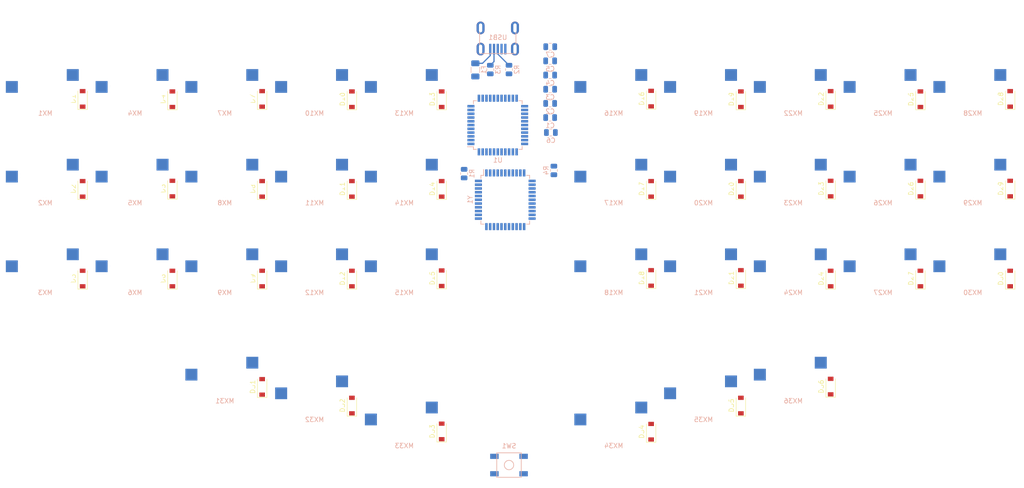
<source format=kicad_pcb>
(kicad_pcb (version 20171130) (host pcbnew "(5.1.9)-1")
  (layers (0 F.Cu signal) (31 B.Cu signal) (34 B.Paste user) (35 F.Paste user) (36 B.SilkS user) (37 F.SilkS user) (38 B.Mask user) (39 F.Mask user) (44 Edge.Cuts user))
  (net 0 "")
  (net 1 GND)
  (net 2 "Net-(C1-Pad1)")
  (net 3 "Net-(C2-Pad1)")
  (net 4 "Net-(C3-Pad1)")
  (net 5 +5V)
  (net 6 "Net-(D1-Pad2)")
  (net 7 ROW0)
  (net 8 "Net-(D2-Pad2)")
  (net 9 ROW1)
  (net 10 "Net-(D3-Pad2)")
  (net 11 ROW2)
  (net 12 "Net-(D4-Pad2)")
  (net 13 "Net-(D5-Pad2)")
  (net 14 "Net-(D6-Pad2)")
  (net 15 "Net-(D7-Pad2)")
  (net 16 "Net-(D8-Pad2)")
  (net 17 "Net-(D9-Pad2)")
  (net 18 "Net-(D10-Pad2)")
  (net 19 "Net-(D11-Pad2)")
  (net 20 "Net-(D12-Pad2)")
  (net 21 "Net-(D13-Pad2)")
  (net 22 "Net-(D14-Pad2)")
  (net 23 "Net-(D15-Pad2)")
  (net 24 "Net-(D16-Pad2)")
  (net 25 ROW3)
  (net 26 "Net-(D17-Pad2)")
  (net 27 ROW4)
  (net 28 "Net-(D18-Pad2)")
  (net 29 ROW5)
  (net 30 "Net-(D19-Pad2)")
  (net 31 "Net-(D20-Pad2)")
  (net 32 "Net-(D21-Pad2)")
  (net 33 "Net-(D22-Pad2)")
  (net 34 "Net-(D23-Pad2)")
  (net 35 "Net-(D24-Pad2)")
  (net 36 "Net-(D25-Pad2)")
  (net 37 "Net-(D26-Pad2)")
  (net 38 "Net-(D27-Pad2)")
  (net 39 "Net-(D28-Pad2)")
  (net 40 "Net-(D29-Pad2)")
  (net 41 "Net-(D30-Pad2)")
  (net 42 "Net-(D31-Pad2)")
  (net 43 "Net-(D32-Pad2)")
  (net 44 "Net-(D33-Pad2)")
  (net 45 "Net-(D34-Pad2)")
  (net 46 "Net-(D35-Pad2)")
  (net 47 "Net-(D36-Pad2)")
  (net 48 VCC)
  (net 49 COL0)
  (net 50 COL1)
  (net 51 COL2)
  (net 52 COL3)
  (net 53 COL4)
  (net 54 COL5)
  (net 55 "Net-(R1-Pad2)")
  (net 56 D+)
  (net 57 "Net-(R2-Pad1)")
  (net 58 D-)
  (net 59 "Net-(R3-Pad1)")
  (net 60 "Net-(R4-Pad1)")
  (net 61 "Net-(U1-Pad42)")
  (net 62 "Net-(U1-Pad41)")
  (net 63 "Net-(U1-Pad40)")
  (net 64 "Net-(U1-Pad39)")
  (net 65 "Net-(U1-Pad38)")
  (net 66 "Net-(U1-Pad37)")
  (net 67 "Net-(U1-Pad36)")
  (net 68 "Net-(U1-Pad32)")
  (net 69 "Net-(U1-Pad31)")
  (net 70 "Net-(U1-Pad30)")
  (net 71 "Net-(U1-Pad19)")
  (net 72 "Net-(U1-Pad18)")
  (net 73 "Net-(U1-Pad12)")
  (net 74 "Net-(U1-Pad1)")
  (net 75 "Net-(USB1-Pad6)")
  (net 76 "Net-(USB1-Pad2)")
  (net 77 "Net-(USB1-Pad1)")
  (module Package_QFP:TQFP-44_10x10mm_P0.8mm (layer B.Cu) (at 150.8125 63.5 270)
    (fp_text reference Y1 (at 0 7.45 90) (layer B.SilkS) (effects (justify mirror)))
    (fp_text value Crystal_GND24_Small)
    (pad 44 smd rect (at -4 5.7 180) (size 1.5 0.55) (layers B.Cu B.Paste B.Mask))
    (pad 43 smd rect (at -3.2 5.7 180) (size 1.5 0.55) (layers B.Cu B.Paste B.Mask))
    (pad 42 smd rect (at -2.4 5.7 180) (size 1.5 0.55) (layers B.Cu B.Paste B.Mask))
    (pad 41 smd rect (at -1.6 5.7 180) (size 1.5 0.55) (layers B.Cu B.Paste B.Mask))
    (pad 40 smd rect (at -0.8 5.7 180) (size 1.5 0.55) (layers B.Cu B.Paste B.Mask))
    (pad 39 smd rect (at 0 5.7 180) (size 1.5 0.55) (layers B.Cu B.Paste B.Mask))
    (pad 38 smd rect (at 0.8 5.7 180) (size 1.5 0.55) (layers B.Cu B.Paste B.Mask))
    (pad 37 smd rect (at 1.6 5.7 180) (size 1.5 0.55) (layers B.Cu B.Paste B.Mask))
    (pad 36 smd rect (at 2.4 5.7 180) (size 1.5 0.55) (layers B.Cu B.Paste B.Mask))
    (pad 35 smd rect (at 3.2 5.7 180) (size 1.5 0.55) (layers B.Cu B.Paste B.Mask))
    (pad 34 smd rect (at 4 5.7 180) (size 1.5 0.55) (layers B.Cu B.Paste B.Mask))
    (pad 33 smd rect (at 5.7 4 270) (size 1.5 0.55) (layers B.Cu B.Paste B.Mask))
    (pad 32 smd rect (at 5.7 3.2 270) (size 1.5 0.55) (layers B.Cu B.Paste B.Mask))
    (pad 31 smd rect (at 5.7 2.4 270) (size 1.5 0.55) (layers B.Cu B.Paste B.Mask))
    (pad 30 smd rect (at 5.7 1.6 270) (size 1.5 0.55) (layers B.Cu B.Paste B.Mask))
    (pad 29 smd rect (at 5.7 0.8 270) (size 1.5 0.55) (layers B.Cu B.Paste B.Mask))
    (pad 28 smd rect (at 5.7 0 270) (size 1.5 0.55) (layers B.Cu B.Paste B.Mask))
    (pad 27 smd rect (at 5.7 -0.8 270) (size 1.5 0.55) (layers B.Cu B.Paste B.Mask))
    (pad 26 smd rect (at 5.7 -1.6 270) (size 1.5 0.55) (layers B.Cu B.Paste B.Mask))
    (pad 25 smd rect (at 5.7 -2.4 270) (size 1.5 0.55) (layers B.Cu B.Paste B.Mask))
    (pad 24 smd rect (at 5.7 -3.2 270) (size 1.5 0.55) (layers B.Cu B.Paste B.Mask))
    (pad 23 smd rect (at 5.7 -4 270) (size 1.5 0.55) (layers B.Cu B.Paste B.Mask))
    (pad 22 smd rect (at 4 -5.7 180) (size 1.5 0.55) (layers B.Cu B.Paste B.Mask))
    (pad 21 smd rect (at 3.2 -5.7 180) (size 1.5 0.55) (layers B.Cu B.Paste B.Mask))
    (pad 20 smd rect (at 2.4 -5.7 180) (size 1.5 0.55) (layers B.Cu B.Paste B.Mask))
    (pad 19 smd rect (at 1.6 -5.7 180) (size 1.5 0.55) (layers B.Cu B.Paste B.Mask))
    (pad 18 smd rect (at 0.8 -5.7 180) (size 1.5 0.55) (layers B.Cu B.Paste B.Mask))
    (pad 17 smd rect (at 0 -5.7 180) (size 1.5 0.55) (layers B.Cu B.Paste B.Mask))
    (pad 16 smd rect (at -0.8 -5.7 180) (size 1.5 0.55) (layers B.Cu B.Paste B.Mask))
    (pad 15 smd rect (at -1.6 -5.7 180) (size 1.5 0.55) (layers B.Cu B.Paste B.Mask))
    (pad 14 smd rect (at -2.4 -5.7 180) (size 1.5 0.55) (layers B.Cu B.Paste B.Mask))
    (pad 13 smd rect (at -3.2 -5.7 180) (size 1.5 0.55) (layers B.Cu B.Paste B.Mask))
    (pad 12 smd rect (at -4 -5.7 180) (size 1.5 0.55) (layers B.Cu B.Paste B.Mask))
    (pad 11 smd rect (at -5.7 -4 270) (size 1.5 0.55) (layers B.Cu B.Paste B.Mask))
    (pad 10 smd rect (at -5.7 -3.2 270) (size 1.5 0.55) (layers B.Cu B.Paste B.Mask))
    (pad 9 smd rect (at -5.7 -2.4 270) (size 1.5 0.55) (layers B.Cu B.Paste B.Mask))
    (pad 8 smd rect (at -5.7 -1.6 270) (size 1.5 0.55) (layers B.Cu B.Paste B.Mask))
    (pad 7 smd rect (at -5.7 -0.8 270) (size 1.5 0.55) (layers B.Cu B.Paste B.Mask))
    (pad 6 smd rect (at -5.7 0 270) (size 1.5 0.55) (layers B.Cu B.Paste B.Mask))
    (pad 5 smd rect (at -5.7 0.8 270) (size 1.5 0.55) (layers B.Cu B.Paste B.Mask))
    (pad 4 smd rect (at -5.7 1.6 270) (size 1.5 0.55) (layers B.Cu B.Paste B.Mask) (net 1 GND))
    (pad 3 smd rect (at -5.7 2.4 270) (size 1.5 0.55) (layers B.Cu B.Paste B.Mask) (net 3 "Net-(C2-Pad1)"))
    (pad 2 smd rect (at -5.7 3.2 270) (size 1.5 0.55) (layers B.Cu B.Paste B.Mask) (net 1 GND))
    (pad 1 smd rect (at -5.7 4 270) (size 1.5 0.55) (layers B.Cu B.Paste B.Mask) (net 2 "Net-(C1-Pad1)"))
  )
  (module random-keyboard-parts:Molex-0548190589 (layer B.Cu) (at 149.225 26.9875 270)
    (fp_text reference USB1 (at 2.032 0) (layer B.SilkS) (effects (justify mirror)))
    (fp_text value Molex-0548190589)
    (pad 1 smd rect (at 4.5 -1.6 270) (size 2.25 0.5) (layers B.Cu B.Paste B.Mask) (net 77 "Net-(USB1-Pad1)"))
    (pad 2 smd rect (at 4.5 -0.8 270) (size 2.25 0.5) (layers B.Cu B.Paste B.Mask) (net 76 "Net-(USB1-Pad2)"))
    (pad 3 smd rect (at 4.5 0 270) (size 2.25 0.5) (layers B.Cu B.Paste B.Mask) (net 56 D+))
    (pad 4 smd rect (at 4.5 0.8 270) (size 2.25 0.5) (layers B.Cu B.Paste B.Mask) (net 58 D-))
    (pad 5 smd rect (at 4.5 1.6 270) (size 2.25 0.5) (layers B.Cu B.Paste B.Mask) (net 48 VCC))
    (pad 6 thru_hole oval (at 4.5 3.65 270) (size 2.7 1.7) (drill oval 1.9 0.7) (layers *.Cu *.Mask) (net 75 "Net-(USB1-Pad6)"))
    (pad 6 thru_hole oval (at 4.5 -3.65 270) (size 2.7 1.7) (drill oval 1.9 0.7) (layers *.Cu *.Mask) (net 75 "Net-(USB1-Pad6)"))
    (pad 6 thru_hole oval (at 0 -3.65 270) (size 2.7 1.7) (drill oval 1.9 0.7) (layers *.Cu *.Mask) (net 75 "Net-(USB1-Pad6)"))
    (pad 6 thru_hole oval (at 0 3.65 270) (size 2.7 1.7) (drill oval 1.9 0.7) (layers *.Cu *.Mask) (net 75 "Net-(USB1-Pad6)"))
  )
  (module Package_QFP:TQFP-44_10x10mm_P0.8mm (layer B.Cu) (at 149.225 47.625)
    (fp_text reference U1 (at 0 7.45) (layer B.SilkS) (effects (justify mirror)))
    (fp_text value ATmega32U4-AU)
    (pad 44 smd rect (at -4 5.7 270) (size 1.5 0.55) (layers B.Cu B.Paste B.Mask) (net 5 +5V))
    (pad 43 smd rect (at -3.2 5.7 270) (size 1.5 0.55) (layers B.Cu B.Paste B.Mask) (net 1 GND))
    (pad 42 smd rect (at -2.4 5.7 270) (size 1.5 0.55) (layers B.Cu B.Paste B.Mask) (net 61 "Net-(U1-Pad42)"))
    (pad 41 smd rect (at -1.6 5.7 270) (size 1.5 0.55) (layers B.Cu B.Paste B.Mask) (net 62 "Net-(U1-Pad41)"))
    (pad 40 smd rect (at -0.8 5.7 270) (size 1.5 0.55) (layers B.Cu B.Paste B.Mask) (net 63 "Net-(U1-Pad40)"))
    (pad 39 smd rect (at 0 5.7 270) (size 1.5 0.55) (layers B.Cu B.Paste B.Mask) (net 64 "Net-(U1-Pad39)"))
    (pad 38 smd rect (at 0.8 5.7 270) (size 1.5 0.55) (layers B.Cu B.Paste B.Mask) (net 65 "Net-(U1-Pad38)"))
    (pad 37 smd rect (at 1.6 5.7 270) (size 1.5 0.55) (layers B.Cu B.Paste B.Mask) (net 66 "Net-(U1-Pad37)"))
    (pad 36 smd rect (at 2.4 5.7 270) (size 1.5 0.55) (layers B.Cu B.Paste B.Mask) (net 67 "Net-(U1-Pad36)"))
    (pad 35 smd rect (at 3.2 5.7 270) (size 1.5 0.55) (layers B.Cu B.Paste B.Mask) (net 1 GND))
    (pad 34 smd rect (at 4 5.7 270) (size 1.5 0.55) (layers B.Cu B.Paste B.Mask) (net 5 +5V))
    (pad 33 smd rect (at 5.7 4) (size 1.5 0.55) (layers B.Cu B.Paste B.Mask) (net 60 "Net-(R4-Pad1)"))
    (pad 32 smd rect (at 5.7 3.2) (size 1.5 0.55) (layers B.Cu B.Paste B.Mask) (net 68 "Net-(U1-Pad32)"))
    (pad 31 smd rect (at 5.7 2.4) (size 1.5 0.55) (layers B.Cu B.Paste B.Mask) (net 69 "Net-(U1-Pad31)"))
    (pad 30 smd rect (at 5.7 1.6) (size 1.5 0.55) (layers B.Cu B.Paste B.Mask) (net 70 "Net-(U1-Pad30)"))
    (pad 29 smd rect (at 5.7 0.8) (size 1.5 0.55) (layers B.Cu B.Paste B.Mask) (net 49 COL0))
    (pad 28 smd rect (at 5.7 0) (size 1.5 0.55) (layers B.Cu B.Paste B.Mask) (net 50 COL1))
    (pad 27 smd rect (at 5.7 -0.8) (size 1.5 0.55) (layers B.Cu B.Paste B.Mask) (net 7 ROW0))
    (pad 26 smd rect (at 5.7 -1.6) (size 1.5 0.55) (layers B.Cu B.Paste B.Mask) (net 9 ROW1))
    (pad 25 smd rect (at 5.7 -2.4) (size 1.5 0.55) (layers B.Cu B.Paste B.Mask) (net 25 ROW3))
    (pad 24 smd rect (at 5.7 -3.2) (size 1.5 0.55) (layers B.Cu B.Paste B.Mask) (net 5 +5V))
    (pad 23 smd rect (at 5.7 -4) (size 1.5 0.55) (layers B.Cu B.Paste B.Mask) (net 1 GND))
    (pad 22 smd rect (at 4 -5.7 270) (size 1.5 0.55) (layers B.Cu B.Paste B.Mask) (net 11 ROW2))
    (pad 21 smd rect (at 3.2 -5.7 270) (size 1.5 0.55) (layers B.Cu B.Paste B.Mask) (net 27 ROW4))
    (pad 20 smd rect (at 2.4 -5.7 270) (size 1.5 0.55) (layers B.Cu B.Paste B.Mask) (net 29 ROW5))
    (pad 19 smd rect (at 1.6 -5.7 270) (size 1.5 0.55) (layers B.Cu B.Paste B.Mask) (net 71 "Net-(U1-Pad19)"))
    (pad 18 smd rect (at 0.8 -5.7 270) (size 1.5 0.55) (layers B.Cu B.Paste B.Mask) (net 72 "Net-(U1-Pad18)"))
    (pad 17 smd rect (at 0 -5.7 270) (size 1.5 0.55) (layers B.Cu B.Paste B.Mask) (net 2 "Net-(C1-Pad1)"))
    (pad 16 smd rect (at -0.8 -5.7 270) (size 1.5 0.55) (layers B.Cu B.Paste B.Mask) (net 3 "Net-(C2-Pad1)"))
    (pad 15 smd rect (at -1.6 -5.7 270) (size 1.5 0.55) (layers B.Cu B.Paste B.Mask) (net 1 GND))
    (pad 14 smd rect (at -2.4 -5.7 270) (size 1.5 0.55) (layers B.Cu B.Paste B.Mask) (net 5 +5V))
    (pad 13 smd rect (at -3.2 -5.7 270) (size 1.5 0.55) (layers B.Cu B.Paste B.Mask) (net 55 "Net-(R1-Pad2)"))
    (pad 12 smd rect (at -4 -5.7 270) (size 1.5 0.55) (layers B.Cu B.Paste B.Mask) (net 73 "Net-(U1-Pad12)"))
    (pad 11 smd rect (at -5.7 -4) (size 1.5 0.55) (layers B.Cu B.Paste B.Mask) (net 51 COL2))
    (pad 10 smd rect (at -5.7 -3.2) (size 1.5 0.55) (layers B.Cu B.Paste B.Mask) (net 52 COL3))
    (pad 9 smd rect (at -5.7 -2.4) (size 1.5 0.55) (layers B.Cu B.Paste B.Mask) (net 53 COL4))
    (pad 8 smd rect (at -5.7 -1.6) (size 1.5 0.55) (layers B.Cu B.Paste B.Mask) (net 54 COL5))
    (pad 7 smd rect (at -5.7 -0.8) (size 1.5 0.55) (layers B.Cu B.Paste B.Mask) (net 5 +5V))
    (pad 6 smd rect (at -5.7 0) (size 1.5 0.55) (layers B.Cu B.Paste B.Mask) (net 4 "Net-(C3-Pad1)"))
    (pad 5 smd rect (at -5.7 0.8) (size 1.5 0.55) (layers B.Cu B.Paste B.Mask) (net 1 GND))
    (pad 4 smd rect (at -5.7 1.6) (size 1.5 0.55) (layers B.Cu B.Paste B.Mask) (net 57 "Net-(R2-Pad1)"))
    (pad 3 smd rect (at -5.7 2.4) (size 1.5 0.55) (layers B.Cu B.Paste B.Mask) (net 59 "Net-(R3-Pad1)"))
    (pad 2 smd rect (at -5.7 3.2) (size 1.5 0.55) (layers B.Cu B.Paste B.Mask) (net 5 +5V))
    (pad 1 smd rect (at -5.7 4) (size 1.5 0.55) (layers B.Cu B.Paste B.Mask) (net 74 "Net-(U1-Pad1)"))
  )
  (module random-keyboard-parts:SKQG-1155865 (layer B.Cu) (at 151.60625 119.85625)
    (fp_text reference SW1 (at 0 -4.064) (layer B.SilkS) (effects (justify mirror)))
    (fp_text value SW_Push)
    (pad 4 smd rect (at -3.1 -1.85) (size 1.8 1.1) (layers B.Cu B.Paste B.Mask))
    (pad 3 smd rect (at 3.1 1.85) (size 1.8 1.1) (layers B.Cu B.Paste B.Mask))
    (pad 2 smd rect (at -3.1 1.85) (size 1.8 1.1) (layers B.Cu B.Paste B.Mask) (net 55 "Net-(R1-Pad2)"))
    (pad 1 smd rect (at 3.1 -1.85) (size 1.8 1.1) (layers B.Cu B.Paste B.Mask) (net 1 GND))
  )
  (module Resistor_SMD:R_0805_2012Metric (layer B.Cu) (at 161.13125 57.26875 270)
    (fp_text reference R4 (at 0 1.65 270) (layer B.SilkS) (effects (justify mirror)))
    (fp_text value 10k)
    (pad 2 smd roundrect (at 0.9125 0 270) (size 1.025 1.4) (layers B.Cu B.Paste B.Mask) (roundrect_rratio 0.243902) (net 1 GND))
    (pad 1 smd roundrect (at -0.9125 0 270) (size 1.025 1.4) (layers B.Cu B.Paste B.Mask) (roundrect_rratio 0.243902) (net 60 "Net-(R4-Pad1)"))
  )
  (module Resistor_SMD:R_0805_2012Metric (layer B.Cu) (at 147.6375 35.8375 90)
    (fp_text reference R3 (at 0 1.65 270) (layer B.SilkS) (effects (justify mirror)))
    (fp_text value 22)
    (pad 2 smd roundrect (at 0.9125 0 90) (size 1.025 1.4) (layers B.Cu B.Paste B.Mask) (roundrect_rratio 0.243902) (net 58 D-))
    (pad 1 smd roundrect (at -0.9125 0 90) (size 1.025 1.4) (layers B.Cu B.Paste B.Mask) (roundrect_rratio 0.243902) (net 59 "Net-(R3-Pad1)"))
  )
  (module Resistor_SMD:R_0805_2012Metric (layer B.Cu) (at 151.60625 35.8375 90)
    (fp_text reference R2 (at 0 1.65 270) (layer B.SilkS) (effects (justify mirror)))
    (fp_text value 22)
    (pad 1 smd roundrect (at -0.9125 0 90) (size 1.025 1.4) (layers B.Cu B.Paste B.Mask) (roundrect_rratio 0.243902) (net 57 "Net-(R2-Pad1)"))
    (pad 2 smd roundrect (at 0.9125 0 90) (size 1.025 1.4) (layers B.Cu B.Paste B.Mask) (roundrect_rratio 0.243902) (net 56 D+))
  )
  (module Resistor_SMD:R_0805_2012Metric (layer B.Cu) (at 142.08125 57.94375 90)
    (fp_text reference R1 (at 0 1.65 90) (layer B.SilkS) (effects (justify mirror)))
    (fp_text value 10k)
    (pad 2 smd roundrect (at 0.9125 0 90) (size 1.025 1.4) (layers B.Cu B.Paste B.Mask) (roundrect_rratio 0.243902) (net 55 "Net-(R1-Pad2)"))
    (pad 1 smd roundrect (at -0.9125 0 90) (size 1.025 1.4) (layers B.Cu B.Paste B.Mask) (roundrect_rratio 0.243902) (net 5 +5V))
  )
  (module MX_Alps_Hybrid:MXOnly-1U-Hotswap (layer F.Cu) (at 211.93125 103.1875)
    (fp_text reference MX36)
    (fp_text value MX-NoLED)
    (fp_text user %R (at 0 3.048) (layer B.SilkS) (effects (justify mirror)))
    (pad 2 smd rect (at 5.842 -5.08) (size 2.55 2.5) (layers B.Cu B.Paste B.Mask) (net 47 "Net-(D36-Pad2)"))
    (pad 1 smd rect (at -7.085 -2.54) (size 2.55 2.5) (layers B.Cu B.Paste B.Mask) (net 54 COL5))
    (pad "" np_thru_hole circle (at 5.08 0 48.0996) (size 1.75 1.75) (drill 1.75) (layers *.Cu *.Mask))
    (pad "" np_thru_hole circle (at -5.08 0 48.0996) (size 1.75 1.75) (drill 1.75) (layers *.Cu *.Mask))
    (pad "" np_thru_hole circle (at -3.81 -2.54) (size 3 3) (drill 3) (layers *.Cu *.Mask))
    (pad "" np_thru_hole circle (at 0 0) (size 3.9878 3.9878) (drill 3.9878) (layers *.Cu *.Mask))
    (pad "" np_thru_hole circle (at 2.54 -5.08) (size 3 3) (drill 3) (layers *.Cu *.Mask))
  )
  (module MX_Alps_Hybrid:MXOnly-1U-Hotswap (layer F.Cu) (at 192.88125 107.15625)
    (fp_text reference MX35)
    (fp_text value MX-NoLED)
    (fp_text user %R (at 0 3.048) (layer B.SilkS) (effects (justify mirror)))
    (pad 2 smd rect (at 5.842 -5.08) (size 2.55 2.5) (layers B.Cu B.Paste B.Mask) (net 46 "Net-(D35-Pad2)"))
    (pad 1 smd rect (at -7.085 -2.54) (size 2.55 2.5) (layers B.Cu B.Paste B.Mask) (net 54 COL5))
    (pad "" np_thru_hole circle (at 5.08 0 48.0996) (size 1.75 1.75) (drill 1.75) (layers *.Cu *.Mask))
    (pad "" np_thru_hole circle (at -5.08 0 48.0996) (size 1.75 1.75) (drill 1.75) (layers *.Cu *.Mask))
    (pad "" np_thru_hole circle (at -3.81 -2.54) (size 3 3) (drill 3) (layers *.Cu *.Mask))
    (pad "" np_thru_hole circle (at 0 0) (size 3.9878 3.9878) (drill 3.9878) (layers *.Cu *.Mask))
    (pad "" np_thru_hole circle (at 2.54 -5.08) (size 3 3) (drill 3) (layers *.Cu *.Mask))
  )
  (module MX_Alps_Hybrid:MXOnly-1U-Hotswap (layer F.Cu) (at 173.83125 112.7125)
    (fp_text reference MX34)
    (fp_text value MX-NoLED)
    (fp_text user %R (at 0 3.048) (layer B.SilkS) (effects (justify mirror)))
    (pad 2 smd rect (at 5.842 -5.08) (size 2.55 2.5) (layers B.Cu B.Paste B.Mask) (net 45 "Net-(D34-Pad2)"))
    (pad 1 smd rect (at -7.085 -2.54) (size 2.55 2.5) (layers B.Cu B.Paste B.Mask) (net 54 COL5))
    (pad "" np_thru_hole circle (at 5.08 0 48.0996) (size 1.75 1.75) (drill 1.75) (layers *.Cu *.Mask))
    (pad "" np_thru_hole circle (at -5.08 0 48.0996) (size 1.75 1.75) (drill 1.75) (layers *.Cu *.Mask))
    (pad "" np_thru_hole circle (at -3.81 -2.54) (size 3 3) (drill 3) (layers *.Cu *.Mask))
    (pad "" np_thru_hole circle (at 0 0) (size 3.9878 3.9878) (drill 3.9878) (layers *.Cu *.Mask))
    (pad "" np_thru_hole circle (at 2.54 -5.08) (size 3 3) (drill 3) (layers *.Cu *.Mask))
  )
  (module MX_Alps_Hybrid:MXOnly-1U-Hotswap (layer F.Cu) (at 129.38125 112.7125)
    (fp_text reference MX33)
    (fp_text value MX-NoLED)
    (fp_text user %R (at 0 3.048) (layer B.SilkS) (effects (justify mirror)))
    (pad 2 smd rect (at 5.842 -5.08) (size 2.55 2.5) (layers B.Cu B.Paste B.Mask) (net 44 "Net-(D33-Pad2)"))
    (pad 1 smd rect (at -7.085 -2.54) (size 2.55 2.5) (layers B.Cu B.Paste B.Mask) (net 54 COL5))
    (pad "" np_thru_hole circle (at 5.08 0 48.0996) (size 1.75 1.75) (drill 1.75) (layers *.Cu *.Mask))
    (pad "" np_thru_hole circle (at -5.08 0 48.0996) (size 1.75 1.75) (drill 1.75) (layers *.Cu *.Mask))
    (pad "" np_thru_hole circle (at -3.81 -2.54) (size 3 3) (drill 3) (layers *.Cu *.Mask))
    (pad "" np_thru_hole circle (at 0 0) (size 3.9878 3.9878) (drill 3.9878) (layers *.Cu *.Mask))
    (pad "" np_thru_hole circle (at 2.54 -5.08) (size 3 3) (drill 3) (layers *.Cu *.Mask))
  )
  (module MX_Alps_Hybrid:MXOnly-1U-Hotswap (layer F.Cu) (at 110.33125 107.15625)
    (fp_text reference MX32)
    (fp_text value MX-NoLED)
    (fp_text user %R (at 0 3.048) (layer B.SilkS) (effects (justify mirror)))
    (pad 2 smd rect (at 5.842 -5.08) (size 2.55 2.5) (layers B.Cu B.Paste B.Mask) (net 43 "Net-(D32-Pad2)"))
    (pad 1 smd rect (at -7.085 -2.54) (size 2.55 2.5) (layers B.Cu B.Paste B.Mask) (net 54 COL5))
    (pad "" np_thru_hole circle (at 5.08 0 48.0996) (size 1.75 1.75) (drill 1.75) (layers *.Cu *.Mask))
    (pad "" np_thru_hole circle (at -5.08 0 48.0996) (size 1.75 1.75) (drill 1.75) (layers *.Cu *.Mask))
    (pad "" np_thru_hole circle (at -3.81 -2.54) (size 3 3) (drill 3) (layers *.Cu *.Mask))
    (pad "" np_thru_hole circle (at 0 0) (size 3.9878 3.9878) (drill 3.9878) (layers *.Cu *.Mask))
    (pad "" np_thru_hole circle (at 2.54 -5.08) (size 3 3) (drill 3) (layers *.Cu *.Mask))
  )
  (module MX_Alps_Hybrid:MXOnly-1U-Hotswap (layer F.Cu) (at 91.28125 103.1875)
    (fp_text reference MX31)
    (fp_text value MX-NoLED)
    (fp_text user %R (at 0 3.048) (layer B.SilkS) (effects (justify mirror)))
    (pad 2 smd rect (at 5.842 -5.08) (size 2.55 2.5) (layers B.Cu B.Paste B.Mask) (net 42 "Net-(D31-Pad2)"))
    (pad 1 smd rect (at -7.085 -2.54) (size 2.55 2.5) (layers B.Cu B.Paste B.Mask) (net 54 COL5))
    (pad "" np_thru_hole circle (at 5.08 0 48.0996) (size 1.75 1.75) (drill 1.75) (layers *.Cu *.Mask))
    (pad "" np_thru_hole circle (at -5.08 0 48.0996) (size 1.75 1.75) (drill 1.75) (layers *.Cu *.Mask))
    (pad "" np_thru_hole circle (at -3.81 -2.54) (size 3 3) (drill 3) (layers *.Cu *.Mask))
    (pad "" np_thru_hole circle (at 0 0) (size 3.9878 3.9878) (drill 3.9878) (layers *.Cu *.Mask))
    (pad "" np_thru_hole circle (at 2.54 -5.08) (size 3 3) (drill 3) (layers *.Cu *.Mask))
  )
  (module MX_Alps_Hybrid:MXOnly-1U-Hotswap (layer F.Cu) (at 250.03125 80.16875)
    (fp_text reference MX30)
    (fp_text value MX-NoLED)
    (fp_text user %R (at 0 3.048) (layer B.SilkS) (effects (justify mirror)))
    (pad 2 smd rect (at 5.842 -5.08) (size 2.55 2.5) (layers B.Cu B.Paste B.Mask) (net 41 "Net-(D30-Pad2)"))
    (pad 1 smd rect (at -7.085 -2.54) (size 2.55 2.5) (layers B.Cu B.Paste B.Mask) (net 53 COL4))
    (pad "" np_thru_hole circle (at 5.08 0 48.0996) (size 1.75 1.75) (drill 1.75) (layers *.Cu *.Mask))
    (pad "" np_thru_hole circle (at -5.08 0 48.0996) (size 1.75 1.75) (drill 1.75) (layers *.Cu *.Mask))
    (pad "" np_thru_hole circle (at -3.81 -2.54) (size 3 3) (drill 3) (layers *.Cu *.Mask))
    (pad "" np_thru_hole circle (at 0 0) (size 3.9878 3.9878) (drill 3.9878) (layers *.Cu *.Mask))
    (pad "" np_thru_hole circle (at 2.54 -5.08) (size 3 3) (drill 3) (layers *.Cu *.Mask))
  )
  (module MX_Alps_Hybrid:MXOnly-1U-Hotswap (layer F.Cu) (at 250.03125 61.11875)
    (fp_text reference MX29)
    (fp_text value MX-NoLED)
    (fp_text user %R (at 0 3.048) (layer B.SilkS) (effects (justify mirror)))
    (pad 2 smd rect (at 5.842 -5.08) (size 2.55 2.5) (layers B.Cu B.Paste B.Mask) (net 40 "Net-(D29-Pad2)"))
    (pad 1 smd rect (at -7.085 -2.54) (size 2.55 2.5) (layers B.Cu B.Paste B.Mask) (net 53 COL4))
    (pad "" np_thru_hole circle (at 5.08 0 48.0996) (size 1.75 1.75) (drill 1.75) (layers *.Cu *.Mask))
    (pad "" np_thru_hole circle (at -5.08 0 48.0996) (size 1.75 1.75) (drill 1.75) (layers *.Cu *.Mask))
    (pad "" np_thru_hole circle (at -3.81 -2.54) (size 3 3) (drill 3) (layers *.Cu *.Mask))
    (pad "" np_thru_hole circle (at 0 0) (size 3.9878 3.9878) (drill 3.9878) (layers *.Cu *.Mask))
    (pad "" np_thru_hole circle (at 2.54 -5.08) (size 3 3) (drill 3) (layers *.Cu *.Mask))
  )
  (module MX_Alps_Hybrid:MXOnly-1U-Hotswap (layer F.Cu) (at 250.03125 42.06875)
    (fp_text reference MX28)
    (fp_text value MX-NoLED)
    (fp_text user %R (at 0 3.048) (layer B.SilkS) (effects (justify mirror)))
    (pad 2 smd rect (at 5.842 -5.08) (size 2.55 2.5) (layers B.Cu B.Paste B.Mask) (net 39 "Net-(D28-Pad2)"))
    (pad 1 smd rect (at -7.085 -2.54) (size 2.55 2.5) (layers B.Cu B.Paste B.Mask) (net 53 COL4))
    (pad "" np_thru_hole circle (at 5.08 0 48.0996) (size 1.75 1.75) (drill 1.75) (layers *.Cu *.Mask))
    (pad "" np_thru_hole circle (at -5.08 0 48.0996) (size 1.75 1.75) (drill 1.75) (layers *.Cu *.Mask))
    (pad "" np_thru_hole circle (at -3.81 -2.54) (size 3 3) (drill 3) (layers *.Cu *.Mask))
    (pad "" np_thru_hole circle (at 0 0) (size 3.9878 3.9878) (drill 3.9878) (layers *.Cu *.Mask))
    (pad "" np_thru_hole circle (at 2.54 -5.08) (size 3 3) (drill 3) (layers *.Cu *.Mask))
  )
  (module MX_Alps_Hybrid:MXOnly-1U-Hotswap (layer F.Cu) (at 230.98125 80.16875)
    (fp_text reference MX27)
    (fp_text value MX-NoLED)
    (fp_text user %R (at 0 3.048) (layer B.SilkS) (effects (justify mirror)))
    (pad 2 smd rect (at 5.842 -5.08) (size 2.55 2.5) (layers B.Cu B.Paste B.Mask) (net 38 "Net-(D27-Pad2)"))
    (pad 1 smd rect (at -7.085 -2.54) (size 2.55 2.5) (layers B.Cu B.Paste B.Mask) (net 52 COL3))
    (pad "" np_thru_hole circle (at 5.08 0 48.0996) (size 1.75 1.75) (drill 1.75) (layers *.Cu *.Mask))
    (pad "" np_thru_hole circle (at -5.08 0 48.0996) (size 1.75 1.75) (drill 1.75) (layers *.Cu *.Mask))
    (pad "" np_thru_hole circle (at -3.81 -2.54) (size 3 3) (drill 3) (layers *.Cu *.Mask))
    (pad "" np_thru_hole circle (at 0 0) (size 3.9878 3.9878) (drill 3.9878) (layers *.Cu *.Mask))
    (pad "" np_thru_hole circle (at 2.54 -5.08) (size 3 3) (drill 3) (layers *.Cu *.Mask))
  )
  (module MX_Alps_Hybrid:MXOnly-1U-Hotswap (layer F.Cu) (at 230.98125 61.11875)
    (fp_text reference MX26)
    (fp_text value MX-NoLED)
    (fp_text user %R (at 0 3.048) (layer B.SilkS) (effects (justify mirror)))
    (pad 2 smd rect (at 5.842 -5.08) (size 2.55 2.5) (layers B.Cu B.Paste B.Mask) (net 37 "Net-(D26-Pad2)"))
    (pad 1 smd rect (at -7.085 -2.54) (size 2.55 2.5) (layers B.Cu B.Paste B.Mask) (net 52 COL3))
    (pad "" np_thru_hole circle (at 5.08 0 48.0996) (size 1.75 1.75) (drill 1.75) (layers *.Cu *.Mask))
    (pad "" np_thru_hole circle (at -5.08 0 48.0996) (size 1.75 1.75) (drill 1.75) (layers *.Cu *.Mask))
    (pad "" np_thru_hole circle (at -3.81 -2.54) (size 3 3) (drill 3) (layers *.Cu *.Mask))
    (pad "" np_thru_hole circle (at 0 0) (size 3.9878 3.9878) (drill 3.9878) (layers *.Cu *.Mask))
    (pad "" np_thru_hole circle (at 2.54 -5.08) (size 3 3) (drill 3) (layers *.Cu *.Mask))
  )
  (module MX_Alps_Hybrid:MXOnly-1U-Hotswap (layer F.Cu) (at 230.98125 42.06875)
    (fp_text reference MX25)
    (fp_text value MX-NoLED)
    (fp_text user %R (at 0 3.048) (layer B.SilkS) (effects (justify mirror)))
    (pad 2 smd rect (at 5.842 -5.08) (size 2.55 2.5) (layers B.Cu B.Paste B.Mask) (net 36 "Net-(D25-Pad2)"))
    (pad 1 smd rect (at -7.085 -2.54) (size 2.55 2.5) (layers B.Cu B.Paste B.Mask) (net 52 COL3))
    (pad "" np_thru_hole circle (at 5.08 0 48.0996) (size 1.75 1.75) (drill 1.75) (layers *.Cu *.Mask))
    (pad "" np_thru_hole circle (at -5.08 0 48.0996) (size 1.75 1.75) (drill 1.75) (layers *.Cu *.Mask))
    (pad "" np_thru_hole circle (at -3.81 -2.54) (size 3 3) (drill 3) (layers *.Cu *.Mask))
    (pad "" np_thru_hole circle (at 0 0) (size 3.9878 3.9878) (drill 3.9878) (layers *.Cu *.Mask))
    (pad "" np_thru_hole circle (at 2.54 -5.08) (size 3 3) (drill 3) (layers *.Cu *.Mask))
  )
  (module MX_Alps_Hybrid:MXOnly-1U-Hotswap (layer F.Cu) (at 211.93125 80.16875)
    (fp_text reference MX24)
    (fp_text value MX-NoLED)
    (fp_text user %R (at 0 3.048) (layer B.SilkS) (effects (justify mirror)))
    (pad 2 smd rect (at 5.842 -5.08) (size 2.55 2.5) (layers B.Cu B.Paste B.Mask) (net 35 "Net-(D24-Pad2)"))
    (pad 1 smd rect (at -7.085 -2.54) (size 2.55 2.5) (layers B.Cu B.Paste B.Mask) (net 51 COL2))
    (pad "" np_thru_hole circle (at 5.08 0 48.0996) (size 1.75 1.75) (drill 1.75) (layers *.Cu *.Mask))
    (pad "" np_thru_hole circle (at -5.08 0 48.0996) (size 1.75 1.75) (drill 1.75) (layers *.Cu *.Mask))
    (pad "" np_thru_hole circle (at -3.81 -2.54) (size 3 3) (drill 3) (layers *.Cu *.Mask))
    (pad "" np_thru_hole circle (at 0 0) (size 3.9878 3.9878) (drill 3.9878) (layers *.Cu *.Mask))
    (pad "" np_thru_hole circle (at 2.54 -5.08) (size 3 3) (drill 3) (layers *.Cu *.Mask))
  )
  (module MX_Alps_Hybrid:MXOnly-1U-Hotswap (layer F.Cu) (at 211.93125 61.11875)
    (fp_text reference MX23)
    (fp_text value MX-NoLED)
    (fp_text user %R (at 0 3.048) (layer B.SilkS) (effects (justify mirror)))
    (pad 2 smd rect (at 5.842 -5.08) (size 2.55 2.5) (layers B.Cu B.Paste B.Mask) (net 34 "Net-(D23-Pad2)"))
    (pad 1 smd rect (at -7.085 -2.54) (size 2.55 2.5) (layers B.Cu B.Paste B.Mask) (net 51 COL2))
    (pad "" np_thru_hole circle (at 5.08 0 48.0996) (size 1.75 1.75) (drill 1.75) (layers *.Cu *.Mask))
    (pad "" np_thru_hole circle (at -5.08 0 48.0996) (size 1.75 1.75) (drill 1.75) (layers *.Cu *.Mask))
    (pad "" np_thru_hole circle (at -3.81 -2.54) (size 3 3) (drill 3) (layers *.Cu *.Mask))
    (pad "" np_thru_hole circle (at 0 0) (size 3.9878 3.9878) (drill 3.9878) (layers *.Cu *.Mask))
    (pad "" np_thru_hole circle (at 2.54 -5.08) (size 3 3) (drill 3) (layers *.Cu *.Mask))
  )
  (module MX_Alps_Hybrid:MXOnly-1U-Hotswap (layer F.Cu) (at 211.93125 42.06875)
    (fp_text reference MX22)
    (fp_text value MX-NoLED)
    (fp_text user %R (at 0 3.048) (layer B.SilkS) (effects (justify mirror)))
    (pad 2 smd rect (at 5.842 -5.08) (size 2.55 2.5) (layers B.Cu B.Paste B.Mask) (net 33 "Net-(D22-Pad2)"))
    (pad 1 smd rect (at -7.085 -2.54) (size 2.55 2.5) (layers B.Cu B.Paste B.Mask) (net 51 COL2))
    (pad "" np_thru_hole circle (at 5.08 0 48.0996) (size 1.75 1.75) (drill 1.75) (layers *.Cu *.Mask))
    (pad "" np_thru_hole circle (at -5.08 0 48.0996) (size 1.75 1.75) (drill 1.75) (layers *.Cu *.Mask))
    (pad "" np_thru_hole circle (at -3.81 -2.54) (size 3 3) (drill 3) (layers *.Cu *.Mask))
    (pad "" np_thru_hole circle (at 0 0) (size 3.9878 3.9878) (drill 3.9878) (layers *.Cu *.Mask))
    (pad "" np_thru_hole circle (at 2.54 -5.08) (size 3 3) (drill 3) (layers *.Cu *.Mask))
  )
  (module MX_Alps_Hybrid:MXOnly-1U-Hotswap (layer F.Cu) (at 192.88125 80.16875)
    (fp_text reference MX21)
    (fp_text value MX-NoLED)
    (fp_text user %R (at 0 3.048) (layer B.SilkS) (effects (justify mirror)))
    (pad 2 smd rect (at 5.842 -5.08) (size 2.55 2.5) (layers B.Cu B.Paste B.Mask) (net 32 "Net-(D21-Pad2)"))
    (pad 1 smd rect (at -7.085 -2.54) (size 2.55 2.5) (layers B.Cu B.Paste B.Mask) (net 50 COL1))
    (pad "" np_thru_hole circle (at 5.08 0 48.0996) (size 1.75 1.75) (drill 1.75) (layers *.Cu *.Mask))
    (pad "" np_thru_hole circle (at -5.08 0 48.0996) (size 1.75 1.75) (drill 1.75) (layers *.Cu *.Mask))
    (pad "" np_thru_hole circle (at -3.81 -2.54) (size 3 3) (drill 3) (layers *.Cu *.Mask))
    (pad "" np_thru_hole circle (at 0 0) (size 3.9878 3.9878) (drill 3.9878) (layers *.Cu *.Mask))
    (pad "" np_thru_hole circle (at 2.54 -5.08) (size 3 3) (drill 3) (layers *.Cu *.Mask))
  )
  (module MX_Alps_Hybrid:MXOnly-1U-Hotswap (layer F.Cu) (at 192.88125 61.11875)
    (fp_text reference MX20)
    (fp_text value MX-NoLED)
    (fp_text user %R (at 0 3.048) (layer B.SilkS) (effects (justify mirror)))
    (pad 2 smd rect (at 5.842 -5.08) (size 2.55 2.5) (layers B.Cu B.Paste B.Mask) (net 31 "Net-(D20-Pad2)"))
    (pad 1 smd rect (at -7.085 -2.54) (size 2.55 2.5) (layers B.Cu B.Paste B.Mask) (net 50 COL1))
    (pad "" np_thru_hole circle (at 5.08 0 48.0996) (size 1.75 1.75) (drill 1.75) (layers *.Cu *.Mask))
    (pad "" np_thru_hole circle (at -5.08 0 48.0996) (size 1.75 1.75) (drill 1.75) (layers *.Cu *.Mask))
    (pad "" np_thru_hole circle (at -3.81 -2.54) (size 3 3) (drill 3) (layers *.Cu *.Mask))
    (pad "" np_thru_hole circle (at 0 0) (size 3.9878 3.9878) (drill 3.9878) (layers *.Cu *.Mask))
    (pad "" np_thru_hole circle (at 2.54 -5.08) (size 3 3) (drill 3) (layers *.Cu *.Mask))
  )
  (module MX_Alps_Hybrid:MXOnly-1U-Hotswap (layer F.Cu) (at 192.88125 42.06875)
    (fp_text reference MX19)
    (fp_text value MX-NoLED)
    (fp_text user %R (at 0 3.048) (layer B.SilkS) (effects (justify mirror)))
    (pad 2 smd rect (at 5.842 -5.08) (size 2.55 2.5) (layers B.Cu B.Paste B.Mask) (net 30 "Net-(D19-Pad2)"))
    (pad 1 smd rect (at -7.085 -2.54) (size 2.55 2.5) (layers B.Cu B.Paste B.Mask) (net 50 COL1))
    (pad "" np_thru_hole circle (at 5.08 0 48.0996) (size 1.75 1.75) (drill 1.75) (layers *.Cu *.Mask))
    (pad "" np_thru_hole circle (at -5.08 0 48.0996) (size 1.75 1.75) (drill 1.75) (layers *.Cu *.Mask))
    (pad "" np_thru_hole circle (at -3.81 -2.54) (size 3 3) (drill 3) (layers *.Cu *.Mask))
    (pad "" np_thru_hole circle (at 0 0) (size 3.9878 3.9878) (drill 3.9878) (layers *.Cu *.Mask))
    (pad "" np_thru_hole circle (at 2.54 -5.08) (size 3 3) (drill 3) (layers *.Cu *.Mask))
  )
  (module MX_Alps_Hybrid:MXOnly-1U-Hotswap (layer F.Cu) (at 173.83125 80.16875)
    (fp_text reference MX18)
    (fp_text value MX-NoLED)
    (fp_text user %R (at 0 3.048) (layer B.SilkS) (effects (justify mirror)))
    (pad 2 smd rect (at 5.842 -5.08) (size 2.55 2.5) (layers B.Cu B.Paste B.Mask) (net 28 "Net-(D18-Pad2)"))
    (pad 1 smd rect (at -7.085 -2.54) (size 2.55 2.5) (layers B.Cu B.Paste B.Mask) (net 49 COL0))
    (pad "" np_thru_hole circle (at 5.08 0 48.0996) (size 1.75 1.75) (drill 1.75) (layers *.Cu *.Mask))
    (pad "" np_thru_hole circle (at -5.08 0 48.0996) (size 1.75 1.75) (drill 1.75) (layers *.Cu *.Mask))
    (pad "" np_thru_hole circle (at -3.81 -2.54) (size 3 3) (drill 3) (layers *.Cu *.Mask))
    (pad "" np_thru_hole circle (at 0 0) (size 3.9878 3.9878) (drill 3.9878) (layers *.Cu *.Mask))
    (pad "" np_thru_hole circle (at 2.54 -5.08) (size 3 3) (drill 3) (layers *.Cu *.Mask))
  )
  (module MX_Alps_Hybrid:MXOnly-1U-Hotswap (layer F.Cu) (at 173.83125 61.11875)
    (fp_text reference MX17)
    (fp_text value MX-NoLED)
    (fp_text user %R (at 0 3.048) (layer B.SilkS) (effects (justify mirror)))
    (pad 2 smd rect (at 5.842 -5.08) (size 2.55 2.5) (layers B.Cu B.Paste B.Mask) (net 26 "Net-(D17-Pad2)"))
    (pad 1 smd rect (at -7.085 -2.54) (size 2.55 2.5) (layers B.Cu B.Paste B.Mask) (net 49 COL0))
    (pad "" np_thru_hole circle (at 5.08 0 48.0996) (size 1.75 1.75) (drill 1.75) (layers *.Cu *.Mask))
    (pad "" np_thru_hole circle (at -5.08 0 48.0996) (size 1.75 1.75) (drill 1.75) (layers *.Cu *.Mask))
    (pad "" np_thru_hole circle (at -3.81 -2.54) (size 3 3) (drill 3) (layers *.Cu *.Mask))
    (pad "" np_thru_hole circle (at 0 0) (size 3.9878 3.9878) (drill 3.9878) (layers *.Cu *.Mask))
    (pad "" np_thru_hole circle (at 2.54 -5.08) (size 3 3) (drill 3) (layers *.Cu *.Mask))
  )
  (module MX_Alps_Hybrid:MXOnly-1U-Hotswap (layer F.Cu) (at 173.83125 42.06875)
    (fp_text reference MX16)
    (fp_text value MX-NoLED)
    (fp_text user %R (at 0 3.048) (layer B.SilkS) (effects (justify mirror)))
    (pad 2 smd rect (at 5.842 -5.08) (size 2.55 2.5) (layers B.Cu B.Paste B.Mask) (net 24 "Net-(D16-Pad2)"))
    (pad 1 smd rect (at -7.085 -2.54) (size 2.55 2.5) (layers B.Cu B.Paste B.Mask) (net 49 COL0))
    (pad "" np_thru_hole circle (at 5.08 0 48.0996) (size 1.75 1.75) (drill 1.75) (layers *.Cu *.Mask))
    (pad "" np_thru_hole circle (at -5.08 0 48.0996) (size 1.75 1.75) (drill 1.75) (layers *.Cu *.Mask))
    (pad "" np_thru_hole circle (at -3.81 -2.54) (size 3 3) (drill 3) (layers *.Cu *.Mask))
    (pad "" np_thru_hole circle (at 0 0) (size 3.9878 3.9878) (drill 3.9878) (layers *.Cu *.Mask))
    (pad "" np_thru_hole circle (at 2.54 -5.08) (size 3 3) (drill 3) (layers *.Cu *.Mask))
  )
  (module MX_Alps_Hybrid:MXOnly-1U-Hotswap (layer F.Cu) (at 129.38125 80.16875)
    (fp_text reference MX15)
    (fp_text value MX-NoLED)
    (fp_text user %R (at 0 3.048) (layer B.SilkS) (effects (justify mirror)))
    (pad 2 smd rect (at 5.842 -5.08) (size 2.55 2.5) (layers B.Cu B.Paste B.Mask) (net 23 "Net-(D15-Pad2)"))
    (pad 1 smd rect (at -7.085 -2.54) (size 2.55 2.5) (layers B.Cu B.Paste B.Mask) (net 53 COL4))
    (pad "" np_thru_hole circle (at 5.08 0 48.0996) (size 1.75 1.75) (drill 1.75) (layers *.Cu *.Mask))
    (pad "" np_thru_hole circle (at -5.08 0 48.0996) (size 1.75 1.75) (drill 1.75) (layers *.Cu *.Mask))
    (pad "" np_thru_hole circle (at -3.81 -2.54) (size 3 3) (drill 3) (layers *.Cu *.Mask))
    (pad "" np_thru_hole circle (at 0 0) (size 3.9878 3.9878) (drill 3.9878) (layers *.Cu *.Mask))
    (pad "" np_thru_hole circle (at 2.54 -5.08) (size 3 3) (drill 3) (layers *.Cu *.Mask))
  )
  (module MX_Alps_Hybrid:MXOnly-1U-Hotswap (layer F.Cu) (at 129.38125 61.11875)
    (fp_text reference MX14)
    (fp_text value MX-NoLED)
    (fp_text user %R (at 0 3.048) (layer B.SilkS) (effects (justify mirror)))
    (pad 2 smd rect (at 5.842 -5.08) (size 2.55 2.5) (layers B.Cu B.Paste B.Mask) (net 22 "Net-(D14-Pad2)"))
    (pad 1 smd rect (at -7.085 -2.54) (size 2.55 2.5) (layers B.Cu B.Paste B.Mask) (net 53 COL4))
    (pad "" np_thru_hole circle (at 5.08 0 48.0996) (size 1.75 1.75) (drill 1.75) (layers *.Cu *.Mask))
    (pad "" np_thru_hole circle (at -5.08 0 48.0996) (size 1.75 1.75) (drill 1.75) (layers *.Cu *.Mask))
    (pad "" np_thru_hole circle (at -3.81 -2.54) (size 3 3) (drill 3) (layers *.Cu *.Mask))
    (pad "" np_thru_hole circle (at 0 0) (size 3.9878 3.9878) (drill 3.9878) (layers *.Cu *.Mask))
    (pad "" np_thru_hole circle (at 2.54 -5.08) (size 3 3) (drill 3) (layers *.Cu *.Mask))
  )
  (module MX_Alps_Hybrid:MXOnly-1U-Hotswap (layer F.Cu) (at 129.38125 42.06875)
    (fp_text reference MX13)
    (fp_text value MX-NoLED)
    (fp_text user %R (at 0 3.048) (layer B.SilkS) (effects (justify mirror)))
    (pad 2 smd rect (at 5.842 -5.08) (size 2.55 2.5) (layers B.Cu B.Paste B.Mask) (net 21 "Net-(D13-Pad2)"))
    (pad 1 smd rect (at -7.085 -2.54) (size 2.55 2.5) (layers B.Cu B.Paste B.Mask) (net 53 COL4))
    (pad "" np_thru_hole circle (at 5.08 0 48.0996) (size 1.75 1.75) (drill 1.75) (layers *.Cu *.Mask))
    (pad "" np_thru_hole circle (at -5.08 0 48.0996) (size 1.75 1.75) (drill 1.75) (layers *.Cu *.Mask))
    (pad "" np_thru_hole circle (at -3.81 -2.54) (size 3 3) (drill 3) (layers *.Cu *.Mask))
    (pad "" np_thru_hole circle (at 0 0) (size 3.9878 3.9878) (drill 3.9878) (layers *.Cu *.Mask))
    (pad "" np_thru_hole circle (at 2.54 -5.08) (size 3 3) (drill 3) (layers *.Cu *.Mask))
  )
  (module MX_Alps_Hybrid:MXOnly-1U-Hotswap (layer F.Cu) (at 110.33125 80.16875)
    (fp_text reference MX12)
    (fp_text value MX-NoLED)
    (fp_text user %R (at 0 3.048) (layer B.SilkS) (effects (justify mirror)))
    (pad 2 smd rect (at 5.842 -5.08) (size 2.55 2.5) (layers B.Cu B.Paste B.Mask) (net 20 "Net-(D12-Pad2)"))
    (pad 1 smd rect (at -7.085 -2.54) (size 2.55 2.5) (layers B.Cu B.Paste B.Mask) (net 52 COL3))
    (pad "" np_thru_hole circle (at 5.08 0 48.0996) (size 1.75 1.75) (drill 1.75) (layers *.Cu *.Mask))
    (pad "" np_thru_hole circle (at -5.08 0 48.0996) (size 1.75 1.75) (drill 1.75) (layers *.Cu *.Mask))
    (pad "" np_thru_hole circle (at -3.81 -2.54) (size 3 3) (drill 3) (layers *.Cu *.Mask))
    (pad "" np_thru_hole circle (at 0 0) (size 3.9878 3.9878) (drill 3.9878) (layers *.Cu *.Mask))
    (pad "" np_thru_hole circle (at 2.54 -5.08) (size 3 3) (drill 3) (layers *.Cu *.Mask))
  )
  (module MX_Alps_Hybrid:MXOnly-1U-Hotswap (layer F.Cu) (at 110.33125 61.11875)
    (fp_text reference MX11)
    (fp_text value MX-NoLED)
    (fp_text user %R (at 0 3.048) (layer B.SilkS) (effects (justify mirror)))
    (pad 2 smd rect (at 5.842 -5.08) (size 2.55 2.5) (layers B.Cu B.Paste B.Mask) (net 19 "Net-(D11-Pad2)"))
    (pad 1 smd rect (at -7.085 -2.54) (size 2.55 2.5) (layers B.Cu B.Paste B.Mask) (net 52 COL3))
    (pad "" np_thru_hole circle (at 5.08 0 48.0996) (size 1.75 1.75) (drill 1.75) (layers *.Cu *.Mask))
    (pad "" np_thru_hole circle (at -5.08 0 48.0996) (size 1.75 1.75) (drill 1.75) (layers *.Cu *.Mask))
    (pad "" np_thru_hole circle (at -3.81 -2.54) (size 3 3) (drill 3) (layers *.Cu *.Mask))
    (pad "" np_thru_hole circle (at 0 0) (size 3.9878 3.9878) (drill 3.9878) (layers *.Cu *.Mask))
    (pad "" np_thru_hole circle (at 2.54 -5.08) (size 3 3) (drill 3) (layers *.Cu *.Mask))
  )
  (module MX_Alps_Hybrid:MXOnly-1U-Hotswap (layer F.Cu) (at 110.33125 42.06875)
    (fp_text reference MX10)
    (fp_text value MX-NoLED)
    (fp_text user %R (at 0 3.048) (layer B.SilkS) (effects (justify mirror)))
    (pad 2 smd rect (at 5.842 -5.08) (size 2.55 2.5) (layers B.Cu B.Paste B.Mask) (net 18 "Net-(D10-Pad2)"))
    (pad 1 smd rect (at -7.085 -2.54) (size 2.55 2.5) (layers B.Cu B.Paste B.Mask) (net 52 COL3))
    (pad "" np_thru_hole circle (at 5.08 0 48.0996) (size 1.75 1.75) (drill 1.75) (layers *.Cu *.Mask))
    (pad "" np_thru_hole circle (at -5.08 0 48.0996) (size 1.75 1.75) (drill 1.75) (layers *.Cu *.Mask))
    (pad "" np_thru_hole circle (at -3.81 -2.54) (size 3 3) (drill 3) (layers *.Cu *.Mask))
    (pad "" np_thru_hole circle (at 0 0) (size 3.9878 3.9878) (drill 3.9878) (layers *.Cu *.Mask))
    (pad "" np_thru_hole circle (at 2.54 -5.08) (size 3 3) (drill 3) (layers *.Cu *.Mask))
  )
  (module MX_Alps_Hybrid:MXOnly-1U-Hotswap (layer F.Cu) (at 91.28125 80.16875)
    (fp_text reference MX9)
    (fp_text value MX-NoLED)
    (fp_text user %R (at 0 3.048) (layer B.SilkS) (effects (justify mirror)))
    (pad 2 smd rect (at 5.842 -5.08) (size 2.55 2.5) (layers B.Cu B.Paste B.Mask) (net 17 "Net-(D9-Pad2)"))
    (pad 1 smd rect (at -7.085 -2.54) (size 2.55 2.5) (layers B.Cu B.Paste B.Mask) (net 51 COL2))
    (pad "" np_thru_hole circle (at 5.08 0 48.0996) (size 1.75 1.75) (drill 1.75) (layers *.Cu *.Mask))
    (pad "" np_thru_hole circle (at -5.08 0 48.0996) (size 1.75 1.75) (drill 1.75) (layers *.Cu *.Mask))
    (pad "" np_thru_hole circle (at -3.81 -2.54) (size 3 3) (drill 3) (layers *.Cu *.Mask))
    (pad "" np_thru_hole circle (at 0 0) (size 3.9878 3.9878) (drill 3.9878) (layers *.Cu *.Mask))
    (pad "" np_thru_hole circle (at 2.54 -5.08) (size 3 3) (drill 3) (layers *.Cu *.Mask))
  )
  (module MX_Alps_Hybrid:MXOnly-1U-Hotswap (layer F.Cu) (at 91.28125 61.11875)
    (fp_text reference MX8)
    (fp_text value MX-NoLED)
    (fp_text user %R (at 0 3.048) (layer B.SilkS) (effects (justify mirror)))
    (pad 2 smd rect (at 5.842 -5.08) (size 2.55 2.5) (layers B.Cu B.Paste B.Mask) (net 16 "Net-(D8-Pad2)"))
    (pad 1 smd rect (at -7.085 -2.54) (size 2.55 2.5) (layers B.Cu B.Paste B.Mask) (net 51 COL2))
    (pad "" np_thru_hole circle (at 5.08 0 48.0996) (size 1.75 1.75) (drill 1.75) (layers *.Cu *.Mask))
    (pad "" np_thru_hole circle (at -5.08 0 48.0996) (size 1.75 1.75) (drill 1.75) (layers *.Cu *.Mask))
    (pad "" np_thru_hole circle (at -3.81 -2.54) (size 3 3) (drill 3) (layers *.Cu *.Mask))
    (pad "" np_thru_hole circle (at 0 0) (size 3.9878 3.9878) (drill 3.9878) (layers *.Cu *.Mask))
    (pad "" np_thru_hole circle (at 2.54 -5.08) (size 3 3) (drill 3) (layers *.Cu *.Mask))
  )
  (module MX_Alps_Hybrid:MXOnly-1U-Hotswap (layer F.Cu) (at 91.28125 42.06875)
    (fp_text reference MX7)
    (fp_text value MX-NoLED)
    (fp_text user %R (at 0 3.048) (layer B.SilkS) (effects (justify mirror)))
    (pad 2 smd rect (at 5.842 -5.08) (size 2.55 2.5) (layers B.Cu B.Paste B.Mask) (net 15 "Net-(D7-Pad2)"))
    (pad 1 smd rect (at -7.085 -2.54) (size 2.55 2.5) (layers B.Cu B.Paste B.Mask) (net 51 COL2))
    (pad "" np_thru_hole circle (at 5.08 0 48.0996) (size 1.75 1.75) (drill 1.75) (layers *.Cu *.Mask))
    (pad "" np_thru_hole circle (at -5.08 0 48.0996) (size 1.75 1.75) (drill 1.75) (layers *.Cu *.Mask))
    (pad "" np_thru_hole circle (at -3.81 -2.54) (size 3 3) (drill 3) (layers *.Cu *.Mask))
    (pad "" np_thru_hole circle (at 0 0) (size 3.9878 3.9878) (drill 3.9878) (layers *.Cu *.Mask))
    (pad "" np_thru_hole circle (at 2.54 -5.08) (size 3 3) (drill 3) (layers *.Cu *.Mask))
  )
  (module MX_Alps_Hybrid:MXOnly-1U-Hotswap (layer F.Cu) (at 72.23125 80.16875)
    (fp_text reference MX6)
    (fp_text value MX-NoLED)
    (fp_text user %R (at 0 3.048) (layer B.SilkS) (effects (justify mirror)))
    (pad 2 smd rect (at 5.842 -5.08) (size 2.55 2.5) (layers B.Cu B.Paste B.Mask) (net 14 "Net-(D6-Pad2)"))
    (pad 1 smd rect (at -7.085 -2.54) (size 2.55 2.5) (layers B.Cu B.Paste B.Mask) (net 50 COL1))
    (pad "" np_thru_hole circle (at 5.08 0 48.0996) (size 1.75 1.75) (drill 1.75) (layers *.Cu *.Mask))
    (pad "" np_thru_hole circle (at -5.08 0 48.0996) (size 1.75 1.75) (drill 1.75) (layers *.Cu *.Mask))
    (pad "" np_thru_hole circle (at -3.81 -2.54) (size 3 3) (drill 3) (layers *.Cu *.Mask))
    (pad "" np_thru_hole circle (at 0 0) (size 3.9878 3.9878) (drill 3.9878) (layers *.Cu *.Mask))
    (pad "" np_thru_hole circle (at 2.54 -5.08) (size 3 3) (drill 3) (layers *.Cu *.Mask))
  )
  (module MX_Alps_Hybrid:MXOnly-1U-Hotswap (layer F.Cu) (at 72.23125 61.11875)
    (fp_text reference MX5)
    (fp_text value MX-NoLED)
    (fp_text user %R (at 0 3.048) (layer B.SilkS) (effects (justify mirror)))
    (pad 2 smd rect (at 5.842 -5.08) (size 2.55 2.5) (layers B.Cu B.Paste B.Mask) (net 13 "Net-(D5-Pad2)"))
    (pad 1 smd rect (at -7.085 -2.54) (size 2.55 2.5) (layers B.Cu B.Paste B.Mask) (net 50 COL1))
    (pad "" np_thru_hole circle (at 5.08 0 48.0996) (size 1.75 1.75) (drill 1.75) (layers *.Cu *.Mask))
    (pad "" np_thru_hole circle (at -5.08 0 48.0996) (size 1.75 1.75) (drill 1.75) (layers *.Cu *.Mask))
    (pad "" np_thru_hole circle (at -3.81 -2.54) (size 3 3) (drill 3) (layers *.Cu *.Mask))
    (pad "" np_thru_hole circle (at 0 0) (size 3.9878 3.9878) (drill 3.9878) (layers *.Cu *.Mask))
    (pad "" np_thru_hole circle (at 2.54 -5.08) (size 3 3) (drill 3) (layers *.Cu *.Mask))
  )
  (module MX_Alps_Hybrid:MXOnly-1U-Hotswap (layer F.Cu) (at 72.23125 42.06875)
    (fp_text reference MX4)
    (fp_text value MX-NoLED)
    (fp_text user %R (at 0 3.048) (layer B.SilkS) (effects (justify mirror)))
    (pad 2 smd rect (at 5.842 -5.08) (size 2.55 2.5) (layers B.Cu B.Paste B.Mask) (net 12 "Net-(D4-Pad2)"))
    (pad 1 smd rect (at -7.085 -2.54) (size 2.55 2.5) (layers B.Cu B.Paste B.Mask) (net 50 COL1))
    (pad "" np_thru_hole circle (at 5.08 0 48.0996) (size 1.75 1.75) (drill 1.75) (layers *.Cu *.Mask))
    (pad "" np_thru_hole circle (at -5.08 0 48.0996) (size 1.75 1.75) (drill 1.75) (layers *.Cu *.Mask))
    (pad "" np_thru_hole circle (at -3.81 -2.54) (size 3 3) (drill 3) (layers *.Cu *.Mask))
    (pad "" np_thru_hole circle (at 0 0) (size 3.9878 3.9878) (drill 3.9878) (layers *.Cu *.Mask))
    (pad "" np_thru_hole circle (at 2.54 -5.08) (size 3 3) (drill 3) (layers *.Cu *.Mask))
  )
  (module MX_Alps_Hybrid:MXOnly-1U-Hotswap (layer F.Cu) (at 53.18125 80.16875)
    (fp_text reference MX3)
    (fp_text value MX-NoLED)
    (fp_text user %R (at 0 3.048) (layer B.SilkS) (effects (justify mirror)))
    (pad 2 smd rect (at 5.842 -5.08) (size 2.55 2.5) (layers B.Cu B.Paste B.Mask) (net 10 "Net-(D3-Pad2)"))
    (pad 1 smd rect (at -7.085 -2.54) (size 2.55 2.5) (layers B.Cu B.Paste B.Mask) (net 49 COL0))
    (pad "" np_thru_hole circle (at 5.08 0 48.0996) (size 1.75 1.75) (drill 1.75) (layers *.Cu *.Mask))
    (pad "" np_thru_hole circle (at -5.08 0 48.0996) (size 1.75 1.75) (drill 1.75) (layers *.Cu *.Mask))
    (pad "" np_thru_hole circle (at -3.81 -2.54) (size 3 3) (drill 3) (layers *.Cu *.Mask))
    (pad "" np_thru_hole circle (at 0 0) (size 3.9878 3.9878) (drill 3.9878) (layers *.Cu *.Mask))
    (pad "" np_thru_hole circle (at 2.54 -5.08) (size 3 3) (drill 3) (layers *.Cu *.Mask))
  )
  (module MX_Alps_Hybrid:MXOnly-1U-Hotswap (layer F.Cu) (at 53.18125 61.11875)
    (fp_text reference MX2)
    (fp_text value MX-NoLED)
    (fp_text user %R (at 0 3.048) (layer B.SilkS) (effects (justify mirror)))
    (pad 2 smd rect (at 5.842 -5.08) (size 2.55 2.5) (layers B.Cu B.Paste B.Mask) (net 8 "Net-(D2-Pad2)"))
    (pad 1 smd rect (at -7.085 -2.54) (size 2.55 2.5) (layers B.Cu B.Paste B.Mask) (net 49 COL0))
    (pad "" np_thru_hole circle (at 5.08 0 48.0996) (size 1.75 1.75) (drill 1.75) (layers *.Cu *.Mask))
    (pad "" np_thru_hole circle (at -5.08 0 48.0996) (size 1.75 1.75) (drill 1.75) (layers *.Cu *.Mask))
    (pad "" np_thru_hole circle (at -3.81 -2.54) (size 3 3) (drill 3) (layers *.Cu *.Mask))
    (pad "" np_thru_hole circle (at 0 0) (size 3.9878 3.9878) (drill 3.9878) (layers *.Cu *.Mask))
    (pad "" np_thru_hole circle (at 2.54 -5.08) (size 3 3) (drill 3) (layers *.Cu *.Mask))
  )
  (module MX_Alps_Hybrid:MXOnly-1U-Hotswap (layer F.Cu) (at 53.18125 42.06875)
    (fp_text reference MX1)
    (fp_text value MX-NoLED)
    (fp_text user %R (at 0 3.048) (layer B.SilkS) (effects (justify mirror)))
    (pad 2 smd rect (at 5.842 -5.08) (size 2.55 2.5) (layers B.Cu B.Paste B.Mask) (net 6 "Net-(D1-Pad2)"))
    (pad 1 smd rect (at -7.085 -2.54) (size 2.55 2.5) (layers B.Cu B.Paste B.Mask) (net 49 COL0))
    (pad "" np_thru_hole circle (at 5.08 0 48.0996) (size 1.75 1.75) (drill 1.75) (layers *.Cu *.Mask))
    (pad "" np_thru_hole circle (at -5.08 0 48.0996) (size 1.75 1.75) (drill 1.75) (layers *.Cu *.Mask))
    (pad "" np_thru_hole circle (at -3.81 -2.54) (size 3 3) (drill 3) (layers *.Cu *.Mask))
    (pad "" np_thru_hole circle (at 0 0) (size 3.9878 3.9878) (drill 3.9878) (layers *.Cu *.Mask))
    (pad "" np_thru_hole circle (at 2.54 -5.08) (size 3 3) (drill 3) (layers *.Cu *.Mask))
  )
  (module Fuse:Fuse_1206_3216Metric (layer B.Cu) (at 144.4625 35.90625 90)
    (fp_text reference F1 (at 0 1.82 -90) (layer B.SilkS) (effects (justify mirror)))
    (fp_text value 500mA)
    (pad 1 smd roundrect (at -1.4 0 90) (size 1.25 1.75) (layers B.Cu B.Paste B.Mask) (roundrect_rratio 0.2) (net 5 +5V))
    (pad 2 smd roundrect (at 1.4 0 90) (size 1.25 1.75) (layers B.Cu B.Paste B.Mask) (roundrect_rratio 0.2) (net 48 VCC))
  )
  (module Diode_SMD:D_SOD-123 (layer F.Cu) (at 219.86875 103.1875 90)
    (fp_text reference D36 (at 0 -2 90) (layer F.SilkS))
    (fp_text value SOD-123)
    (pad 2 smd rect (at 1.65 0 90) (size 0.9 1.2) (layers F.Cu F.Paste F.Mask) (net 47 "Net-(D36-Pad2)"))
    (pad 1 smd rect (at -1.65 0 90) (size 0.9 1.2) (layers F.Cu F.Paste F.Mask) (net 29 ROW5))
  )
  (module Diode_SMD:D_SOD-123 (layer F.Cu) (at 200.81875 107.21875 90)
    (fp_text reference D35 (at 0 -2 90) (layer F.SilkS))
    (fp_text value SOD-123)
    (pad 2 smd rect (at 1.65 0 90) (size 0.9 1.2) (layers F.Cu F.Paste F.Mask) (net 46 "Net-(D35-Pad2)"))
    (pad 1 smd rect (at -1.65 0 90) (size 0.9 1.2) (layers F.Cu F.Paste F.Mask) (net 27 ROW4))
  )
  (module Diode_SMD:D_SOD-123 (layer F.Cu) (at 181.76875 112.775 90)
    (fp_text reference D34 (at 0 -2 90) (layer F.SilkS))
    (fp_text value SOD-123)
    (pad 2 smd rect (at 1.65 0 90) (size 0.9 1.2) (layers F.Cu F.Paste F.Mask) (net 45 "Net-(D34-Pad2)"))
    (pad 1 smd rect (at -1.65 0 90) (size 0.9 1.2) (layers F.Cu F.Paste F.Mask) (net 25 ROW3))
  )
  (module Diode_SMD:D_SOD-123 (layer F.Cu) (at 137.31875 112.7125 90)
    (fp_text reference D33 (at 0 -2 90) (layer F.SilkS))
    (fp_text value SOD-123)
    (pad 2 smd rect (at 1.65 0 90) (size 0.9 1.2) (layers F.Cu F.Paste F.Mask) (net 44 "Net-(D33-Pad2)"))
    (pad 1 smd rect (at -1.65 0 90) (size 0.9 1.2) (layers F.Cu F.Paste F.Mask) (net 11 ROW2))
  )
  (module Diode_SMD:D_SOD-123 (layer F.Cu) (at 118.26875 107.21875 90)
    (fp_text reference D32 (at 0 -2 90) (layer F.SilkS))
    (fp_text value SOD-123)
    (pad 2 smd rect (at 1.65 0 90) (size 0.9 1.2) (layers F.Cu F.Paste F.Mask) (net 43 "Net-(D32-Pad2)"))
    (pad 1 smd rect (at -1.65 0 90) (size 0.9 1.2) (layers F.Cu F.Paste F.Mask) (net 9 ROW1))
  )
  (module Diode_SMD:D_SOD-123 (layer F.Cu) (at 99.21875 103.25 90)
    (fp_text reference D31 (at 0 -2 90) (layer F.SilkS))
    (fp_text value SOD-123)
    (pad 2 smd rect (at 1.65 0 90) (size 0.9 1.2) (layers F.Cu F.Paste F.Mask) (net 42 "Net-(D31-Pad2)"))
    (pad 1 smd rect (at -1.65 0 90) (size 0.9 1.2) (layers F.Cu F.Paste F.Mask) (net 7 ROW0))
  )
  (module Diode_SMD:D_SOD-123 (layer F.Cu) (at 257.96875 80.23125 90)
    (fp_text reference D30 (at 0 -2 90) (layer F.SilkS))
    (fp_text value SOD-123)
    (pad 2 smd rect (at 1.65 0 90) (size 0.9 1.2) (layers F.Cu F.Paste F.Mask) (net 41 "Net-(D30-Pad2)"))
    (pad 1 smd rect (at -1.65 0 90) (size 0.9 1.2) (layers F.Cu F.Paste F.Mask) (net 29 ROW5))
  )
  (module Diode_SMD:D_SOD-123 (layer F.Cu) (at 257.96875 61.11875 90)
    (fp_text reference D29 (at 0 -2 90) (layer F.SilkS))
    (fp_text value SOD-123)
    (pad 2 smd rect (at 1.65 0 90) (size 0.9 1.2) (layers F.Cu F.Paste F.Mask) (net 40 "Net-(D29-Pad2)"))
    (pad 1 smd rect (at -1.65 0 90) (size 0.9 1.2) (layers F.Cu F.Paste F.Mask) (net 27 ROW4))
  )
  (module Diode_SMD:D_SOD-123 (layer F.Cu) (at 257.96875 42.06875 90)
    (fp_text reference D28 (at 0 -2 90) (layer F.SilkS))
    (fp_text value SOD-123)
    (pad 2 smd rect (at 1.65 0 90) (size 0.9 1.2) (layers F.Cu F.Paste F.Mask) (net 39 "Net-(D28-Pad2)"))
    (pad 1 smd rect (at -1.65 0 90) (size 0.9 1.2) (layers F.Cu F.Paste F.Mask) (net 25 ROW3))
  )
  (module Diode_SMD:D_SOD-123 (layer F.Cu) (at 238.91875 80.23125 90)
    (fp_text reference D27 (at 0 -2 90) (layer F.SilkS))
    (fp_text value SOD-123)
    (pad 2 smd rect (at 1.65 0 90) (size 0.9 1.2) (layers F.Cu F.Paste F.Mask) (net 38 "Net-(D27-Pad2)"))
    (pad 1 smd rect (at -1.65 0 90) (size 0.9 1.2) (layers F.Cu F.Paste F.Mask) (net 29 ROW5))
  )
  (module Diode_SMD:D_SOD-123 (layer F.Cu) (at 238.91875 61.11875 90)
    (fp_text reference D26 (at 0 -2 90) (layer F.SilkS))
    (fp_text value SOD-123)
    (pad 2 smd rect (at 1.65 0 90) (size 0.9 1.2) (layers F.Cu F.Paste F.Mask) (net 37 "Net-(D26-Pad2)"))
    (pad 1 smd rect (at -1.65 0 90) (size 0.9 1.2) (layers F.Cu F.Paste F.Mask) (net 27 ROW4))
  )
  (module Diode_SMD:D_SOD-123 (layer F.Cu) (at 238.91875 42.13125 90)
    (fp_text reference D25 (at 0 -2 90) (layer F.SilkS))
    (fp_text value SOD-123)
    (pad 2 smd rect (at 1.65 0 90) (size 0.9 1.2) (layers F.Cu F.Paste F.Mask) (net 36 "Net-(D25-Pad2)"))
    (pad 1 smd rect (at -1.65 0 90) (size 0.9 1.2) (layers F.Cu F.Paste F.Mask) (net 25 ROW3))
  )
  (module Diode_SMD:D_SOD-123 (layer F.Cu) (at 219.86875 80.23125 90)
    (fp_text reference D24 (at 0 -2 90) (layer F.SilkS))
    (fp_text value SOD-123)
    (pad 2 smd rect (at 1.65 0 90) (size 0.9 1.2) (layers F.Cu F.Paste F.Mask) (net 35 "Net-(D24-Pad2)"))
    (pad 1 smd rect (at -1.65 0 90) (size 0.9 1.2) (layers F.Cu F.Paste F.Mask) (net 29 ROW5))
  )
  (module Diode_SMD:D_SOD-123 (layer F.Cu) (at 219.86875 61.11875 90)
    (fp_text reference D23 (at 0 -2 90) (layer F.SilkS))
    (fp_text value SOD-123)
    (pad 2 smd rect (at 1.65 0 90) (size 0.9 1.2) (layers F.Cu F.Paste F.Mask) (net 34 "Net-(D23-Pad2)"))
    (pad 1 smd rect (at -1.65 0 90) (size 0.9 1.2) (layers F.Cu F.Paste F.Mask) (net 27 ROW4))
  )
  (module Diode_SMD:D_SOD-123 (layer F.Cu) (at 219.86875 42.06875 90)
    (fp_text reference D22 (at 0 -2 90) (layer F.SilkS))
    (fp_text value SOD-123)
    (pad 2 smd rect (at 1.65 0 90) (size 0.9 1.2) (layers F.Cu F.Paste F.Mask) (net 33 "Net-(D22-Pad2)"))
    (pad 1 smd rect (at -1.65 0 90) (size 0.9 1.2) (layers F.Cu F.Paste F.Mask) (net 25 ROW3))
  )
  (module Diode_SMD:D_SOD-123 (layer F.Cu) (at 200.81875 80.10625 90)
    (fp_text reference D21 (at 0 -2 90) (layer F.SilkS))
    (fp_text value SOD-123)
    (pad 2 smd rect (at 1.65 0 90) (size 0.9 1.2) (layers F.Cu F.Paste F.Mask) (net 32 "Net-(D21-Pad2)"))
    (pad 1 smd rect (at -1.65 0 90) (size 0.9 1.2) (layers F.Cu F.Paste F.Mask) (net 29 ROW5))
  )
  (module Diode_SMD:D_SOD-123 (layer F.Cu) (at 200.81875 61.18125 90)
    (fp_text reference D20 (at 0 -2 90) (layer F.SilkS))
    (fp_text value SOD-123)
    (pad 2 smd rect (at 1.65 0 90) (size 0.9 1.2) (layers F.Cu F.Paste F.Mask) (net 31 "Net-(D20-Pad2)"))
    (pad 1 smd rect (at -1.65 0 90) (size 0.9 1.2) (layers F.Cu F.Paste F.Mask) (net 27 ROW4))
  )
  (module Diode_SMD:D_SOD-123 (layer F.Cu) (at 200.81875 42.13125 90)
    (fp_text reference D19 (at 0 -2 90) (layer F.SilkS))
    (fp_text value SOD-123)
    (pad 2 smd rect (at 1.65 0 90) (size 0.9 1.2) (layers F.Cu F.Paste F.Mask) (net 30 "Net-(D19-Pad2)"))
    (pad 1 smd rect (at -1.65 0 90) (size 0.9 1.2) (layers F.Cu F.Paste F.Mask) (net 25 ROW3))
  )
  (module Diode_SMD:D_SOD-123 (layer F.Cu) (at 181.76875 80.10625 90)
    (fp_text reference D18 (at 0 -2 90) (layer F.SilkS))
    (fp_text value SOD-123)
    (pad 2 smd rect (at 1.65 0 90) (size 0.9 1.2) (layers F.Cu F.Paste F.Mask) (net 28 "Net-(D18-Pad2)"))
    (pad 1 smd rect (at -1.65 0 90) (size 0.9 1.2) (layers F.Cu F.Paste F.Mask) (net 29 ROW5))
  )
  (module Diode_SMD:D_SOD-123 (layer F.Cu) (at 181.76875 61.18125 90)
    (fp_text reference D17 (at 0 -2 90) (layer F.SilkS))
    (fp_text value SOD-123)
    (pad 2 smd rect (at 1.65 0 90) (size 0.9 1.2) (layers F.Cu F.Paste F.Mask) (net 26 "Net-(D17-Pad2)"))
    (pad 1 smd rect (at -1.65 0 90) (size 0.9 1.2) (layers F.Cu F.Paste F.Mask) (net 27 ROW4))
  )
  (module Diode_SMD:D_SOD-123 (layer F.Cu) (at 181.76875 42.00625 90)
    (fp_text reference D16 (at 0 -2 90) (layer F.SilkS))
    (fp_text value SOD-123)
    (pad 2 smd rect (at 1.65 0 90) (size 0.9 1.2) (layers F.Cu F.Paste F.Mask) (net 24 "Net-(D16-Pad2)"))
    (pad 1 smd rect (at -1.65 0 90) (size 0.9 1.2) (layers F.Cu F.Paste F.Mask) (net 25 ROW3))
  )
  (module Diode_SMD:D_SOD-123 (layer F.Cu) (at 137.31875 80.16875 90)
    (fp_text reference D15 (at 0 -2 90) (layer F.SilkS))
    (fp_text value SOD-123)
    (pad 2 smd rect (at 1.65 0 90) (size 0.9 1.2) (layers F.Cu F.Paste F.Mask) (net 23 "Net-(D15-Pad2)"))
    (pad 1 smd rect (at -1.65 0 90) (size 0.9 1.2) (layers F.Cu F.Paste F.Mask) (net 11 ROW2))
  )
  (module Diode_SMD:D_SOD-123 (layer F.Cu) (at 137.31875 61.18125 90)
    (fp_text reference D14 (at 0 -2 90) (layer F.SilkS))
    (fp_text value SOD-123)
    (pad 2 smd rect (at 1.65 0 90) (size 0.9 1.2) (layers F.Cu F.Paste F.Mask) (net 22 "Net-(D14-Pad2)"))
    (pad 1 smd rect (at -1.65 0 90) (size 0.9 1.2) (layers F.Cu F.Paste F.Mask) (net 9 ROW1))
  )
  (module Diode_SMD:D_SOD-123 (layer F.Cu) (at 137.31875 42.13125 90)
    (fp_text reference D13 (at 0 -2 90) (layer F.SilkS))
    (fp_text value SOD-123)
    (pad 2 smd rect (at 1.65 0 90) (size 0.9 1.2) (layers F.Cu F.Paste F.Mask) (net 21 "Net-(D13-Pad2)"))
    (pad 1 smd rect (at -1.65 0 90) (size 0.9 1.2) (layers F.Cu F.Paste F.Mask) (net 7 ROW0))
  )
  (module Diode_SMD:D_SOD-123 (layer F.Cu) (at 118.26875 80.23125 90)
    (fp_text reference D12 (at 0 -2 90) (layer F.SilkS))
    (fp_text value SOD-123)
    (pad 2 smd rect (at 1.65 0 90) (size 0.9 1.2) (layers F.Cu F.Paste F.Mask) (net 20 "Net-(D12-Pad2)"))
    (pad 1 smd rect (at -1.65 0 90) (size 0.9 1.2) (layers F.Cu F.Paste F.Mask) (net 11 ROW2))
  )
  (module Diode_SMD:D_SOD-123 (layer F.Cu) (at 118.26875 61.18125 90)
    (fp_text reference D11 (at 0 -2 90) (layer F.SilkS))
    (fp_text value SOD-123)
    (pad 2 smd rect (at 1.65 0 90) (size 0.9 1.2) (layers F.Cu F.Paste F.Mask) (net 19 "Net-(D11-Pad2)"))
    (pad 1 smd rect (at -1.65 0 90) (size 0.9 1.2) (layers F.Cu F.Paste F.Mask) (net 9 ROW1))
  )
  (module Diode_SMD:D_SOD-123 (layer F.Cu) (at 118.26875 42.13125 90)
    (fp_text reference D10 (at 0 -2 90) (layer F.SilkS))
    (fp_text value SOD-123)
    (pad 2 smd rect (at 1.65 0 90) (size 0.9 1.2) (layers F.Cu F.Paste F.Mask) (net 18 "Net-(D10-Pad2)"))
    (pad 1 smd rect (at -1.65 0 90) (size 0.9 1.2) (layers F.Cu F.Paste F.Mask) (net 7 ROW0))
  )
  (module Diode_SMD:D_SOD-123 (layer F.Cu) (at 99.21875 80.23125 90)
    (fp_text reference D9 (at 0 -2 90) (layer F.SilkS))
    (fp_text value SOD-123)
    (pad 2 smd rect (at 1.65 0 90) (size 0.9 1.2) (layers F.Cu F.Paste F.Mask) (net 17 "Net-(D9-Pad2)"))
    (pad 1 smd rect (at -1.65 0 90) (size 0.9 1.2) (layers F.Cu F.Paste F.Mask) (net 11 ROW2))
  )
  (module Diode_SMD:D_SOD-123 (layer F.Cu) (at 99.21875 61.18125 90)
    (fp_text reference D8 (at 0 -2 90) (layer F.SilkS))
    (fp_text value SOD-123)
    (pad 2 smd rect (at 1.65 0 90) (size 0.9 1.2) (layers F.Cu F.Paste F.Mask) (net 16 "Net-(D8-Pad2)"))
    (pad 1 smd rect (at -1.65 0 90) (size 0.9 1.2) (layers F.Cu F.Paste F.Mask) (net 9 ROW1))
  )
  (module Diode_SMD:D_SOD-123 (layer F.Cu) (at 99.21875 42.06875 90)
    (fp_text reference D7 (at 0 -2 90) (layer F.SilkS))
    (fp_text value SOD-123)
    (pad 2 smd rect (at 1.65 0 90) (size 0.9 1.2) (layers F.Cu F.Paste F.Mask) (net 15 "Net-(D7-Pad2)"))
    (pad 1 smd rect (at -1.65 0 90) (size 0.9 1.2) (layers F.Cu F.Paste F.Mask) (net 7 ROW0))
  )
  (module Diode_SMD:D_SOD-123 (layer F.Cu) (at 80.16875 80.23125 90)
    (fp_text reference D6 (at 0 -2 90) (layer F.SilkS))
    (fp_text value SOD-123)
    (pad 2 smd rect (at 1.65 0 90) (size 0.9 1.2) (layers F.Cu F.Paste F.Mask) (net 14 "Net-(D6-Pad2)"))
    (pad 1 smd rect (at -1.65 0 90) (size 0.9 1.2) (layers F.Cu F.Paste F.Mask) (net 11 ROW2))
  )
  (module Diode_SMD:D_SOD-123 (layer F.Cu) (at 80.16875 61.11875 90)
    (fp_text reference D5 (at 0 -2 90) (layer F.SilkS))
    (fp_text value SOD-123)
    (pad 2 smd rect (at 1.65 0 90) (size 0.9 1.2) (layers F.Cu F.Paste F.Mask) (net 13 "Net-(D5-Pad2)"))
    (pad 1 smd rect (at -1.65 0 90) (size 0.9 1.2) (layers F.Cu F.Paste F.Mask) (net 9 ROW1))
  )
  (module Diode_SMD:D_SOD-123 (layer F.Cu) (at 80.16875 42.13125 90)
    (fp_text reference D4 (at 0 -2 90) (layer F.SilkS))
    (fp_text value SOD-123)
    (pad 2 smd rect (at 1.65 0 90) (size 0.9 1.2) (layers F.Cu F.Paste F.Mask) (net 12 "Net-(D4-Pad2)"))
    (pad 1 smd rect (at -1.65 0 90) (size 0.9 1.2) (layers F.Cu F.Paste F.Mask) (net 7 ROW0))
  )
  (module Diode_SMD:D_SOD-123 (layer F.Cu) (at 61.11875 80.23125 90)
    (fp_text reference D3 (at 0 -2 90) (layer F.SilkS))
    (fp_text value SOD-123)
    (pad 2 smd rect (at 1.65 0 90) (size 0.9 1.2) (layers F.Cu F.Paste F.Mask) (net 10 "Net-(D3-Pad2)"))
    (pad 1 smd rect (at -1.65 0 90) (size 0.9 1.2) (layers F.Cu F.Paste F.Mask) (net 11 ROW2))
  )
  (module Diode_SMD:D_SOD-123 (layer F.Cu) (at 61.11875 61.18125 90)
    (fp_text reference D2 (at 0 -2 90) (layer F.SilkS))
    (fp_text value SOD-123)
    (pad 2 smd rect (at 1.65 0 90) (size 0.9 1.2) (layers F.Cu F.Paste F.Mask) (net 8 "Net-(D2-Pad2)"))
    (pad 1 smd rect (at -1.65 0 90) (size 0.9 1.2) (layers F.Cu F.Paste F.Mask) (net 9 ROW1))
  )
  (module Diode_SMD:D_SOD-123 (layer F.Cu) (at 61.11875 42.06875 90)
    (fp_text reference D1 (at 0 -2 90) (layer F.SilkS))
    (fp_text value SOD-123)
    (pad 2 smd rect (at 1.65 0 90) (size 0.9 1.2) (layers F.Cu F.Paste F.Mask) (net 6 "Net-(D1-Pad2)"))
    (pad 1 smd rect (at -1.65 0 90) (size 0.9 1.2) (layers F.Cu F.Paste F.Mask) (net 7 ROW0))
  )
  (module Capacitor_SMD:C_0805_2012Metric (layer B.Cu) (at 160.3575 30.9875)
    (fp_text reference C7 (at 0 1.68) (layer B.SilkS) (effects (justify mirror)))
    (fp_text value 10uF)
    (pad 2 smd roundrect (at 0.95 0) (size 1 1.45) (layers B.Cu B.Paste B.Mask) (net 1 GND))
    (pad 1 smd roundrect (at -0.95 0) (size 1 1.45) (layers B.Cu B.Paste B.Mask) (net 5 +5V))
  )
  (module Capacitor_SMD:C_0805_2012Metric (layer B.Cu) (at 160.49375 49.2125)
    (fp_text reference C6 (at 0 1.68) (layer B.SilkS) (effects (justify mirror)))
    (fp_text value 0.1uF)
    (pad 2 smd roundrect (at 0.95 0) (size 1 1.45) (layers B.Cu B.Paste B.Mask) (net 1 GND))
    (pad 1 smd roundrect (at -0.95 0) (size 1 1.45) (layers B.Cu B.Paste B.Mask) (net 5 +5V))
  )
  (module Capacitor_SMD:C_0805_2012Metric (layer B.Cu) (at 160.3375 33.9975)
    (fp_text reference C5 (at 0 1.68) (layer B.SilkS) (effects (justify mirror)))
    (fp_text value 0.1uF)
    (pad 2 smd roundrect (at 0.95 0) (size 1 1.45) (layers B.Cu B.Paste B.Mask) (net 1 GND))
    (pad 1 smd roundrect (at -0.95 0) (size 1 1.45) (layers B.Cu B.Paste B.Mask) (net 5 +5V))
  )
  (module Capacitor_SMD:C_0805_2012Metric (layer B.Cu) (at 160.3375 37.0075)
    (fp_text reference C4 (at 0 1.68) (layer B.SilkS) (effects (justify mirror)))
    (fp_text value 0.1uF)
    (pad 2 smd roundrect (at 0.95 0) (size 1 1.45) (layers B.Cu B.Paste B.Mask) (net 1 GND))
    (pad 1 smd roundrect (at -0.95 0) (size 1 1.45) (layers B.Cu B.Paste B.Mask) (net 5 +5V))
  )
  (module Capacitor_SMD:C_0805_2012Metric (layer B.Cu) (at 160.3375 40.0175)
    (fp_text reference C3 (at 0 1.68) (layer B.SilkS) (effects (justify mirror)))
    (fp_text value 1uF)
    (pad 2 smd roundrect (at 0.95 0) (size 1 1.45) (layers B.Cu B.Paste B.Mask) (net 1 GND))
    (pad 1 smd roundrect (at -0.95 0) (size 1 1.45) (layers B.Cu B.Paste B.Mask) (net 4 "Net-(C3-Pad1)"))
  )
  (module Capacitor_SMD:C_0805_2012Metric (layer B.Cu) (at 160.3375 43.0275)
    (fp_text reference C2 (at 0 1.68) (layer B.SilkS) (effects (justify mirror)))
    (fp_text value 22uF)
    (pad 2 smd roundrect (at 0.95 0) (size 1 1.45) (layers B.Cu B.Paste B.Mask) (net 1 GND))
    (pad 1 smd roundrect (at -0.95 0) (size 1 1.45) (layers B.Cu B.Paste B.Mask) (net 3 "Net-(C2-Pad1)"))
  )
  (module Capacitor_SMD:C_0805_2012Metric (layer B.Cu) (at 160.3375 46.0375)
    (fp_text reference C1 (at 0 1.68) (layer B.SilkS) (effects (justify mirror)))
    (fp_text value 22uF)
    (pad 2 smd roundrect (at 0.95 0) (size 1 1.45) (layers B.Cu B.Paste B.Mask) (net 1 GND))
    (pad 1 smd roundrect (at -0.95 0) (size 1 1.45) (layers B.Cu B.Paste B.Mask) (net 2 "Net-(C1-Pad1)"))
  )
  (segment (start 145.98525 34.50625) (end 144.4625 34.50625) (width 0.254) (layer B.Cu) (net 48))
  (segment (start 147.625 32.8665) (end 145.98525 34.50625) (width 0.254) (layer B.Cu) (net 48))
  (segment (start 147.625 31.4875) (end 147.625 32.8665) (width 0.254) (layer B.Cu) (net 48))
  (segment (start 149.225 32.54375) (end 151.60625 34.925) (width 0.254) (layer B.Cu) (net 56))
  (segment (start 149.225 31.4875) (end 149.225 32.54375) (width 0.254) (layer B.Cu) (net 56))
  (segment (start 148.425 34.1375) (end 147.6375 34.925) (width 0.254) (layer B.Cu) (net 58))
  (segment (start 148.425 31.4875) (end 148.425 34.1375) (width 0.254) (layer B.Cu) (net 58))
)
</source>
